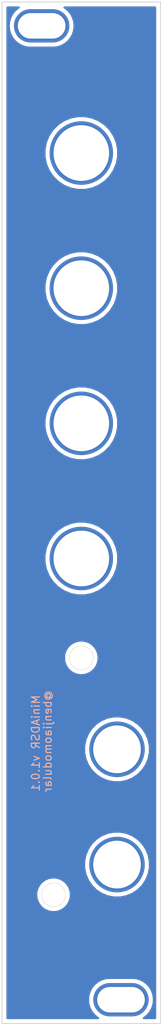
<source format=kicad_pcb>
(kicad_pcb (version 20171130) (host pcbnew 5.1.9+dfsg1-1~bpo10+1)

  (general
    (thickness 1.6)
    (drawings 52)
    (tracks 0)
    (zones 0)
    (modules 7)
    (nets 1)
  )

  (page A4)
  (layers
    (0 F.Cu signal)
    (31 B.Cu signal)
    (32 B.Adhes user hide)
    (33 F.Adhes user hide)
    (34 B.Paste user hide)
    (35 F.Paste user hide)
    (36 B.SilkS user)
    (37 F.SilkS user)
    (38 B.Mask user)
    (39 F.Mask user)
    (40 Dwgs.User user hide)
    (41 Cmts.User user hide)
    (42 Eco1.User user hide)
    (43 Eco2.User user hide)
    (44 Edge.Cuts user)
    (45 Margin user hide)
    (46 B.CrtYd user hide)
    (47 F.CrtYd user hide)
    (48 B.Fab user hide)
    (49 F.Fab user hide)
  )

  (setup
    (last_trace_width 0.3)
    (user_trace_width 0.45)
    (user_trace_width 0.75)
    (user_trace_width 1)
    (trace_clearance 0.2)
    (zone_clearance 0.508)
    (zone_45_only no)
    (trace_min 0.2)
    (via_size 0.8)
    (via_drill 0.4)
    (via_min_size 0.4)
    (via_min_drill 0.3)
    (uvia_size 0.3)
    (uvia_drill 0.1)
    (uvias_allowed no)
    (uvia_min_size 0.2)
    (uvia_min_drill 0.1)
    (edge_width 0.05)
    (segment_width 0.2)
    (pcb_text_width 0.3)
    (pcb_text_size 1.5 1.5)
    (mod_edge_width 0.12)
    (mod_text_size 1 1)
    (mod_text_width 0.15)
    (pad_size 1.524 1.524)
    (pad_drill 0.762)
    (pad_to_mask_clearance 0)
    (aux_axis_origin 0 0)
    (visible_elements FFFFFF7F)
    (pcbplotparams
      (layerselection 0x3d0f0_ffffffff)
      (usegerberextensions false)
      (usegerberattributes true)
      (usegerberadvancedattributes true)
      (creategerberjobfile true)
      (excludeedgelayer true)
      (linewidth 0.100000)
      (plotframeref false)
      (viasonmask false)
      (mode 1)
      (useauxorigin false)
      (hpglpennumber 1)
      (hpglpenspeed 20)
      (hpglpendiameter 15.000000)
      (psnegative false)
      (psa4output false)
      (plotreference true)
      (plotvalue true)
      (plotinvisibletext false)
      (padsonsilk false)
      (subtractmaskfromsilk false)
      (outputformat 1)
      (mirror false)
      (drillshape 0)
      (scaleselection 1)
      (outputdirectory "MiniADSR 1.0.1 - Front/"))
  )

  (net 0 "")

  (net_class Default "This is the default net class."
    (clearance 0.2)
    (trace_width 0.3)
    (via_dia 0.8)
    (via_drill 0.4)
    (uvia_dia 0.3)
    (uvia_drill 0.1)
  )

  (module benjiaomodular:PanelHole_AudioJack_3.5mm (layer F.Cu) (tedit 61D8AE03) (tstamp 61D8DADE)
    (at 64.5 127.5)
    (fp_text reference REF** (at 0 0.5) (layer F.Fab) hide
      (effects (font (size 1 1) (thickness 0.15)))
    )
    (fp_text value PanelHole_AudioJack_3.5mm (at 0 14) (layer F.Fab) hide
      (effects (font (size 1 1) (thickness 0.15)))
    )
    (fp_line (start -4.5 12.48) (end -4.5 2.08) (layer F.Fab) (width 0.1))
    (fp_line (start 4.5 12.48) (end -4.5 12.48) (layer F.Fab) (width 0.1))
    (fp_line (start 5 12.98) (end -5 12.98) (layer F.CrtYd) (width 0.05))
    (fp_line (start 0 0) (end 0 2.03) (layer F.Fab) (width 0.1))
    (fp_line (start 5 -1.42) (end -5 -1.42) (layer F.CrtYd) (width 0.05))
    (fp_line (start 4.5 2.03) (end -4.5 2.03) (layer F.Fab) (width 0.1))
    (fp_line (start -5 12.98) (end -5 -1.42) (layer F.CrtYd) (width 0.05))
    (fp_line (start 4.5 12.48) (end 4.5 2.08) (layer F.Fab) (width 0.1))
    (fp_line (start 5 12.98) (end 5 -1.42) (layer F.CrtYd) (width 0.05))
    (fp_circle (center 0 6.5) (end 4 6.5) (layer F.Fab) (width 0.12))
    (pad "" thru_hole circle (at 0 6.5 180) (size 7 7) (drill 6) (layers *.Cu *.Mask))
  )

  (module benjiaomodular:PanelHole_Potentiometer_RV09 (layer F.Cu) (tedit 61D85F11) (tstamp 61D8DE60)
    (at 57.5 117.5 90)
    (fp_text reference REF** (at 0 0.5 90) (layer F.SilkS) hide
      (effects (font (size 1 1) (thickness 0.15)))
    )
    (fp_text value PanelHole_Potentiometer_RV09 (at 5.5 10 90) (layer F.Fab) hide
      (effects (font (size 1 1) (thickness 0.15)))
    )
    (fp_circle (center 7.5 2.5) (end 15 2.5) (layer F.Fab) (width 0.12))
    (fp_line (start -1.15 -3.91) (end -1.15 8.91) (layer F.CrtYd) (width 0.05))
    (fp_line (start 12.35 7.25) (end 12.35 -2.25) (layer F.Fab) (width 0.1))
    (fp_line (start 12.6 8.91) (end 12.6 -3.91) (layer F.CrtYd) (width 0.05))
    (fp_line (start 1 7.25) (end 12.35 7.25) (layer F.Fab) (width 0.1))
    (fp_line (start 1 -2.25) (end 12.35 -2.25) (layer F.Fab) (width 0.1))
    (fp_circle (center 7.5 2.5) (end 7.5 -1) (layer F.Fab) (width 0.1))
    (fp_line (start 12.6 -3.91) (end -1.15 -3.91) (layer F.CrtYd) (width 0.05))
    (fp_line (start -1.15 8.91) (end 12.6 8.91) (layer F.CrtYd) (width 0.05))
    (fp_line (start 1 7.25) (end 1 -2.25) (layer F.Fab) (width 0.1))
    (fp_text user REF** (at 0 0.5 90) (layer F.SilkS) hide
      (effects (font (size 1 1) (thickness 0.15)))
    )
    (fp_text user %R (at 7.62 2.54 90) (layer F.Fab)
      (effects (font (size 1 1) (thickness 0.15)))
    )
    (pad "" thru_hole circle (at 7.5 2.5 180) (size 8 8) (drill 7) (layers *.Cu *.Mask))
  )

  (module benjiaomodular:PanelHole_Potentiometer_RV09 (layer F.Cu) (tedit 61D85F11) (tstamp 61D8DE1F)
    (at 57.5 100.5 90)
    (fp_text reference REF** (at 0 0.5 90) (layer F.SilkS) hide
      (effects (font (size 1 1) (thickness 0.15)))
    )
    (fp_text value PanelHole_Potentiometer_RV09 (at 5.5 10 90) (layer F.Fab) hide
      (effects (font (size 1 1) (thickness 0.15)))
    )
    (fp_circle (center 7.5 2.5) (end 15 2.5) (layer F.Fab) (width 0.12))
    (fp_line (start -1.15 -3.91) (end -1.15 8.91) (layer F.CrtYd) (width 0.05))
    (fp_line (start 12.35 7.25) (end 12.35 -2.25) (layer F.Fab) (width 0.1))
    (fp_line (start 12.6 8.91) (end 12.6 -3.91) (layer F.CrtYd) (width 0.05))
    (fp_line (start 1 7.25) (end 12.35 7.25) (layer F.Fab) (width 0.1))
    (fp_line (start 1 -2.25) (end 12.35 -2.25) (layer F.Fab) (width 0.1))
    (fp_circle (center 7.5 2.5) (end 7.5 -1) (layer F.Fab) (width 0.1))
    (fp_line (start 12.6 -3.91) (end -1.15 -3.91) (layer F.CrtYd) (width 0.05))
    (fp_line (start -1.15 8.91) (end 12.6 8.91) (layer F.CrtYd) (width 0.05))
    (fp_line (start 1 7.25) (end 1 -2.25) (layer F.Fab) (width 0.1))
    (fp_text user REF** (at 0 0.5 90) (layer F.SilkS) hide
      (effects (font (size 1 1) (thickness 0.15)))
    )
    (fp_text user %R (at 7.62 2.54 90) (layer F.Fab)
      (effects (font (size 1 1) (thickness 0.15)))
    )
    (pad "" thru_hole circle (at 7.5 2.5 180) (size 8 8) (drill 7) (layers *.Cu *.Mask))
  )

  (module benjiaomodular:PanelHole_Potentiometer_RV09 (layer F.Cu) (tedit 61D85F11) (tstamp 61D8DDDE)
    (at 57.5 83.5 90)
    (fp_text reference REF** (at 0 0.5 90) (layer F.SilkS) hide
      (effects (font (size 1 1) (thickness 0.15)))
    )
    (fp_text value PanelHole_Potentiometer_RV09 (at 5.5 10 90) (layer F.Fab) hide
      (effects (font (size 1 1) (thickness 0.15)))
    )
    (fp_circle (center 7.5 2.5) (end 15 2.5) (layer F.Fab) (width 0.12))
    (fp_line (start -1.15 -3.91) (end -1.15 8.91) (layer F.CrtYd) (width 0.05))
    (fp_line (start 12.35 7.25) (end 12.35 -2.25) (layer F.Fab) (width 0.1))
    (fp_line (start 12.6 8.91) (end 12.6 -3.91) (layer F.CrtYd) (width 0.05))
    (fp_line (start 1 7.25) (end 12.35 7.25) (layer F.Fab) (width 0.1))
    (fp_line (start 1 -2.25) (end 12.35 -2.25) (layer F.Fab) (width 0.1))
    (fp_circle (center 7.5 2.5) (end 7.5 -1) (layer F.Fab) (width 0.1))
    (fp_line (start 12.6 -3.91) (end -1.15 -3.91) (layer F.CrtYd) (width 0.05))
    (fp_line (start -1.15 8.91) (end 12.6 8.91) (layer F.CrtYd) (width 0.05))
    (fp_line (start 1 7.25) (end 1 -2.25) (layer F.Fab) (width 0.1))
    (fp_text user REF** (at 0 0.5 90) (layer F.SilkS) hide
      (effects (font (size 1 1) (thickness 0.15)))
    )
    (fp_text user %R (at 7.62 2.54 90) (layer F.Fab)
      (effects (font (size 1 1) (thickness 0.15)))
    )
    (pad "" thru_hole circle (at 7.5 2.5 180) (size 8 8) (drill 7) (layers *.Cu *.Mask))
  )

  (module benjiaomodular:PanelHole_Potentiometer_RV09 (layer F.Cu) (tedit 61D85F11) (tstamp 61D8DD9D)
    (at 57.5 66.5 90)
    (fp_text reference REF** (at 0 0.5 90) (layer F.SilkS) hide
      (effects (font (size 1 1) (thickness 0.15)))
    )
    (fp_text value PanelHole_Potentiometer_RV09 (at 5.5 10 90) (layer F.Fab) hide
      (effects (font (size 1 1) (thickness 0.15)))
    )
    (fp_circle (center 7.5 2.5) (end 15 2.5) (layer F.Fab) (width 0.12))
    (fp_line (start -1.15 -3.91) (end -1.15 8.91) (layer F.CrtYd) (width 0.05))
    (fp_line (start 12.35 7.25) (end 12.35 -2.25) (layer F.Fab) (width 0.1))
    (fp_line (start 12.6 8.91) (end 12.6 -3.91) (layer F.CrtYd) (width 0.05))
    (fp_line (start 1 7.25) (end 12.35 7.25) (layer F.Fab) (width 0.1))
    (fp_line (start 1 -2.25) (end 12.35 -2.25) (layer F.Fab) (width 0.1))
    (fp_circle (center 7.5 2.5) (end 7.5 -1) (layer F.Fab) (width 0.1))
    (fp_line (start 12.6 -3.91) (end -1.15 -3.91) (layer F.CrtYd) (width 0.05))
    (fp_line (start -1.15 8.91) (end 12.6 8.91) (layer F.CrtYd) (width 0.05))
    (fp_line (start 1 7.25) (end 1 -2.25) (layer F.Fab) (width 0.1))
    (fp_text user REF** (at 0 0.5 90) (layer F.SilkS) hide
      (effects (font (size 1 1) (thickness 0.15)))
    )
    (fp_text user %R (at 7.62 2.54 90) (layer F.Fab)
      (effects (font (size 1 1) (thickness 0.15)))
    )
    (pad "" thru_hole circle (at 7.5 2.5 180) (size 8 8) (drill 7) (layers *.Cu *.Mask))
  )

  (module benjiaomodular:Panel_4HP (layer F.Cu) (tedit 61D8671B) (tstamp 61D8DA20)
    (at 50 40)
    (fp_text reference REF** (at 18 -1) (layer F.Fab) hide
      (effects (font (size 1 1) (thickness 0.15)))
    )
    (fp_text value Panel_4HP (at 4 -1) (layer F.Fab)
      (effects (font (size 1 1) (thickness 0.15)))
    )
    (fp_line (start 20 128.5) (end 0 128.5) (layer Dwgs.User) (width 0.12))
    (fp_line (start 0 115.5) (end 20 115.5) (layer Dwgs.User) (width 0.12))
    (fp_line (start 0 3) (end 20 3) (layer Dwgs.User) (width 0.12))
    (fp_line (start 20 0) (end 20 128.5) (layer Dwgs.User) (width 0.12))
    (fp_line (start 0 0) (end 20 0) (layer Dwgs.User) (width 0.12))
    (fp_line (start 0 13) (end 20 13) (layer Dwgs.User) (width 0.12))
    (fp_line (start 0 125.5) (end 20 125.5) (layer Dwgs.User) (width 0.12))
    (fp_line (start 0 128.5) (end 0 0) (layer Dwgs.User) (width 0.12))
    (fp_text user REF** (at 5.5 3.5) (layer F.SilkS) hide
      (effects (font (size 1 1) (thickness 0.15)))
    )
    (pad 1 thru_hole oval (at 15 125.5) (size 7 4.2) (drill oval 6 3.2) (layers *.Cu *.Mask))
    (pad 1 thru_hole oval (at 5 3) (size 7 4.2) (drill oval 6 3.2) (layers *.Cu *.Mask))
  )

  (module benjiaomodular:PanelHole_AudioJack_3.5mm (layer F.Cu) (tedit 61D861E6) (tstamp 61D8D80A)
    (at 64.5 142)
    (fp_text reference REF** (at 0 0.5) (layer F.Fab) hide
      (effects (font (size 1 1) (thickness 0.15)))
    )
    (fp_text value PanelHole_AudioJack_3.5mm (at 0 14) (layer F.Fab) hide
      (effects (font (size 1 1) (thickness 0.15)))
    )
    (fp_line (start -4.5 12.48) (end -4.5 2.08) (layer F.Fab) (width 0.1))
    (fp_line (start 4.5 12.48) (end -4.5 12.48) (layer F.Fab) (width 0.1))
    (fp_line (start 5 12.98) (end -5 12.98) (layer F.CrtYd) (width 0.05))
    (fp_line (start 0 0) (end 0 2.03) (layer F.Fab) (width 0.1))
    (fp_line (start 5 -1.42) (end -5 -1.42) (layer F.CrtYd) (width 0.05))
    (fp_line (start 4.5 2.03) (end -4.5 2.03) (layer F.Fab) (width 0.1))
    (fp_line (start -5 12.98) (end -5 -1.42) (layer F.CrtYd) (width 0.05))
    (fp_line (start 4.5 12.48) (end 4.5 2.08) (layer F.Fab) (width 0.1))
    (fp_line (start 5 12.98) (end 5 -1.42) (layer F.CrtYd) (width 0.05))
    (fp_circle (center 0 6.5) (end 4 6.5) (layer F.Fab) (width 0.12))
    (pad "" thru_hole circle (at 0 6.5 180) (size 7 7) (drill 6) (layers *.Cu *.Mask))
  )

  (gr_text @benjiaomodular (at 55.75 133 90) (layer B.SilkS)
    (effects (font (size 1 1) (thickness 0.15)) (justify mirror))
  )
  (gr_text "MiniADSR v1.0.1" (at 54.25 133.25 90) (layer B.SilkS)
    (effects (font (size 1 1) (thickness 0.15)) (justify mirror))
  )
  (gr_circle (center 151.002938 122.5) (end 152.702938 122.6) (layer F.Fab) (width 0.15))
  (gr_circle (center 107.5 122.5) (end 109.2 122.7) (layer F.Fab) (width 0.15))
  (gr_line (start 64.5 148.5) (end 106 148.48) (layer Dwgs.User) (width 0.15))
  (gr_line (start 64.5 134) (end 106 134) (layer Dwgs.User) (width 0.15))
  (gr_line (start 57.5 117.5) (end 99 117.5) (layer Dwgs.User) (width 0.15))
  (gr_line (start 99 100.5) (end 57.5 100.5) (layer Dwgs.User) (width 0.15))
  (gr_line (start 99 66.5) (end 57.5 66.5) (layer Dwgs.User) (width 0.15))
  (gr_line (start 57.5 83.5) (end 99 83.5) (layer Dwgs.User) (width 0.15))
  (gr_line (start 60 76) (end 101.5 76) (layer Dwgs.User) (width 0.15))
  (gr_line (start 107.5 122.5) (end 151 122.5) (layer Dwgs.User) (width 0.15))
  (dimension 9 (width 0.15) (layer Dwgs.User)
    (gr_text "9.000 mm" (at 47.4 164 90) (layer Dwgs.User)
      (effects (font (size 1 1) (thickness 0.15)))
    )
    (feature1 (pts (xy 68.9 159.5) (xy 48.113579 159.5)))
    (feature2 (pts (xy 68.9 168.5) (xy 48.113579 168.5)))
    (crossbar (pts (xy 48.7 168.5) (xy 48.7 159.5)))
    (arrow1a (pts (xy 48.7 159.5) (xy 49.286421 160.626504)))
    (arrow1b (pts (xy 48.7 159.5) (xy 48.113579 160.626504)))
    (arrow2a (pts (xy 48.7 168.5) (xy 49.286421 167.373496)))
    (arrow2b (pts (xy 48.7 168.5) (xy 48.113579 167.373496)))
  )
  (gr_text @benjiaomodular (at 60.1 159.5) (layer F.Mask)
    (effects (font (size 1.25 1.25) (thickness 0.15)))
  )
  (gr_circle (center 60 122.5) (end 61.5 122.5) (layer Edge.Cuts) (width 0.05))
  (dimension 10 (width 0.15) (layer Dwgs.User)
    (gr_text "10.000 mm" (at 55 119.2) (layer Dwgs.User)
      (effects (font (size 1 1) (thickness 0.15)))
    )
    (feature1 (pts (xy 60 122.5) (xy 60 119.913579)))
    (feature2 (pts (xy 50 122.5) (xy 50 119.913579)))
    (crossbar (pts (xy 50 120.5) (xy 60 120.5)))
    (arrow1a (pts (xy 60 120.5) (xy 58.873496 121.086421)))
    (arrow1b (pts (xy 60 120.5) (xy 58.873496 119.913579)))
    (arrow2a (pts (xy 50 120.5) (xy 51.126504 121.086421)))
    (arrow2b (pts (xy 50 120.5) (xy 51.126504 119.913579)))
  )
  (dimension 10 (width 0.15) (layer Dwgs.User)
    (gr_text "10.000 mm" (at 96.5 119.4) (layer Dwgs.User)
      (effects (font (size 1 1) (thickness 0.15)))
    )
    (feature1 (pts (xy 91.5 122.5) (xy 91.5 120.113579)))
    (feature2 (pts (xy 101.5 122.5) (xy 101.5 120.113579)))
    (crossbar (pts (xy 101.5 120.7) (xy 91.5 120.7)))
    (arrow1a (pts (xy 91.5 120.7) (xy 92.626504 120.113579)))
    (arrow1b (pts (xy 91.5 120.7) (xy 92.626504 121.286421)))
    (arrow2a (pts (xy 101.5 120.7) (xy 100.373496 120.113579)))
    (arrow2b (pts (xy 101.5 120.7) (xy 100.373496 121.286421)))
  )
  (gr_line (start 101.5 122.5) (end 50.1 122.5) (layer Dwgs.User) (width 0.15))
  (gr_circle (center 64.5 148.5) (end 68.50125 148.5) (layer F.Mask) (width 1.5))
  (gr_line (start 60 100.7) (end 60 102.3) (layer F.Mask) (width 0.6) (tstamp 61D8CC95))
  (gr_line (start 60 83.7) (end 60 85.3) (layer F.Mask) (width 0.6) (tstamp 61D8CC95))
  (gr_line (start 60 66.7) (end 60 68.3) (layer F.Mask) (width 0.6))
  (gr_line (start 58.1 151.6) (end 60.5 150.4) (layer F.Mask) (width 0.6))
  (gr_circle (center 56.5 152.3) (end 58 152.3) (layer Edge.Cuts) (width 0.05))
  (dimension 6.5 (width 0.15) (layer Dwgs.User)
    (gr_text "6.500 mm" (at 53.25 159.7) (layer Dwgs.User)
      (effects (font (size 1 1) (thickness 0.15)))
    )
    (feature1 (pts (xy 56.5 152.3) (xy 56.5 158.986421)))
    (feature2 (pts (xy 50 152.3) (xy 50 158.986421)))
    (crossbar (pts (xy 50 158.4) (xy 56.5 158.4)))
    (arrow1a (pts (xy 56.5 158.4) (xy 55.373496 158.986421)))
    (arrow1b (pts (xy 56.5 158.4) (xy 55.373496 157.813579)))
    (arrow2a (pts (xy 50 158.4) (xy 51.126504 158.986421)))
    (arrow2b (pts (xy 50 158.4) (xy 51.126504 157.813579)))
  )
  (gr_line (start 98 152.3) (end 50 152.3) (layer Dwgs.User) (width 0.15))
  (gr_circle (center 64.5 148.5) (end 68.5 148.5) (layer Dwgs.User) (width 0.15))
  (gr_circle (center 64.5 134) (end 68.5 134) (layer Dwgs.User) (width 0.15) (tstamp 61D99A47))
  (gr_text IN (at 64.525 127.925) (layer F.Mask) (tstamp 61DA5A21)
    (effects (font (size 2 2) (thickness 0.4)))
  )
  (gr_text OUT (at 64.475 142.15) (layer F.Mask)
    (effects (font (size 2 2) (thickness 0.4)))
  )
  (gr_text MiniADSR (at 59.75 48.5) (layer F.Mask)
    (effects (font (size 2 2) (thickness 0.3)))
  )
  (dimension 4 (width 0.15) (layer Dwgs.User)
    (gr_text "4.000 mm" (at 153 129.55) (layer Dwgs.User)
      (effects (font (size 1 1) (thickness 0.15)))
    )
    (feature1 (pts (xy 151 122.5) (xy 151 128.836421)))
    (feature2 (pts (xy 155 122.5) (xy 155 128.836421)))
    (crossbar (pts (xy 155 128.25) (xy 151 128.25)))
    (arrow1a (pts (xy 151 128.25) (xy 152.126504 127.663579)))
    (arrow1b (pts (xy 151 128.25) (xy 152.126504 128.836421)))
    (arrow2a (pts (xy 155 128.25) (xy 153.873496 127.663579)))
    (arrow2b (pts (xy 155 128.25) (xy 153.873496 128.836421)))
  )
  (dimension 4 (width 0.15) (layer Dwgs.User)
    (gr_text "4.000 mm" (at 109.5 126.05) (layer Dwgs.User)
      (effects (font (size 1 1) (thickness 0.15)))
    )
    (feature1 (pts (xy 107.5 122.5) (xy 107.5 125.336421)))
    (feature2 (pts (xy 111.5 122.5) (xy 111.5 125.336421)))
    (crossbar (pts (xy 111.5 124.75) (xy 107.5 124.75)))
    (arrow1a (pts (xy 107.5 124.75) (xy 108.626504 124.163579)))
    (arrow1b (pts (xy 107.5 124.75) (xy 108.626504 125.336421)))
    (arrow2a (pts (xy 111.5 124.75) (xy 110.373496 124.163579)))
    (arrow2b (pts (xy 111.5 124.75) (xy 110.373496 125.336421)))
  )
  (dimension 2 (width 0.15) (layer Dwgs.User)
    (gr_text "2.000 mm" (at 86.95 154.5 270) (layer Dwgs.User)
      (effects (font (size 1 1) (thickness 0.15)))
    )
    (feature1 (pts (xy 93.5 155.5) (xy 87.663579 155.5)))
    (feature2 (pts (xy 93.5 153.5) (xy 87.663579 153.5)))
    (crossbar (pts (xy 88.25 153.5) (xy 88.25 155.5)))
    (arrow1a (pts (xy 88.25 155.5) (xy 87.663579 154.373496)))
    (arrow1b (pts (xy 88.25 155.5) (xy 88.836421 154.373496)))
    (arrow2a (pts (xy 88.25 153.5) (xy 87.663579 154.626504)))
    (arrow2b (pts (xy 88.25 153.5) (xy 88.836421 154.626504)))
  )
  (dimension 2 (width 0.15) (layer Dwgs.User)
    (gr_text "2.000 mm" (at 129.95 154.5 270) (layer Dwgs.User)
      (effects (font (size 1 1) (thickness 0.15)))
    )
    (feature1 (pts (xy 137 155.5) (xy 130.663579 155.5)))
    (feature2 (pts (xy 137 153.5) (xy 130.663579 153.5)))
    (crossbar (pts (xy 131.25 153.5) (xy 131.25 155.5)))
    (arrow1a (pts (xy 131.25 155.5) (xy 130.663579 154.373496)))
    (arrow1b (pts (xy 131.25 155.5) (xy 131.836421 154.373496)))
    (arrow2a (pts (xy 131.25 153.5) (xy 130.663579 154.626504)))
    (arrow2b (pts (xy 131.25 153.5) (xy 131.836421 154.626504)))
  )
  (dimension 2 (width 0.15) (layer Dwgs.User)
    (gr_text "2.000 mm" (at 136 160.3) (layer Dwgs.User)
      (effects (font (size 1 1) (thickness 0.15)))
    )
    (feature1 (pts (xy 135 153.5) (xy 135 159.586421)))
    (feature2 (pts (xy 137 153.5) (xy 137 159.586421)))
    (crossbar (pts (xy 137 159) (xy 135 159)))
    (arrow1a (pts (xy 135 159) (xy 136.126504 158.413579)))
    (arrow1b (pts (xy 135 159) (xy 136.126504 159.586421)))
    (arrow2a (pts (xy 137 159) (xy 135.873496 158.413579)))
    (arrow2b (pts (xy 137 159) (xy 135.873496 159.586421)))
  )
  (dimension 2 (width 0.15) (layer Dwgs.User)
    (gr_text "2.000 mm" (at 92.5 164.3) (layer Dwgs.User)
      (effects (font (size 1 1) (thickness 0.15)))
    )
    (feature1 (pts (xy 91.5 153.5) (xy 91.5 163.586421)))
    (feature2 (pts (xy 93.5 153.5) (xy 93.5 163.586421)))
    (crossbar (pts (xy 93.5 163) (xy 91.5 163)))
    (arrow1a (pts (xy 91.5 163) (xy 92.626504 162.413579)))
    (arrow1b (pts (xy 91.5 163) (xy 92.626504 163.586421)))
    (arrow2a (pts (xy 93.5 163) (xy 92.373496 162.413579)))
    (arrow2b (pts (xy 93.5 163) (xy 92.373496 163.586421)))
  )
  (dimension 6.5 (width 0.15) (layer Dwgs.User)
    (gr_text "6.500 mm" (at 94.75 159.3) (layer Dwgs.User)
      (effects (font (size 1 1) (thickness 0.15)))
    )
    (feature1 (pts (xy 91.5 153.5) (xy 91.5 158.586421)))
    (feature2 (pts (xy 98 153.5) (xy 98 158.586421)))
    (crossbar (pts (xy 98 158) (xy 91.5 158)))
    (arrow1a (pts (xy 91.5 158) (xy 92.626504 157.413579)))
    (arrow1b (pts (xy 91.5 158) (xy 92.626504 158.586421)))
    (arrow2a (pts (xy 98 158) (xy 96.873496 157.413579)))
    (arrow2b (pts (xy 98 158) (xy 96.873496 158.586421)))
  )
  (gr_circle (center 60 110) (end 67.566373 110) (layer F.Mask) (width 0.45) (tstamp 61D8FA5E))
  (gr_circle (center 60 93) (end 67.566373 93) (layer F.Mask) (width 0.45) (tstamp 61D8FA5E))
  (gr_circle (center 60 76) (end 67.566373 76) (layer F.Mask) (width 0.45) (tstamp 61D8FA5E))
  (gr_circle (center 60 59) (end 67.566373 59) (layer F.Mask) (width 0.45))
  (gr_text A (at 53.5 67) (layer F.Mask) (tstamp 61D8F630)
    (effects (font (size 2 2) (thickness 0.24)))
  )
  (gr_text S (at 53.5 101) (layer F.Mask)
    (effects (font (size 2 2) (thickness 0.24)))
  )
  (gr_text R (at 53.5 118) (layer F.Mask)
    (effects (font (size 2 2) (thickness 0.24)))
  )
  (gr_text D (at 53.5 84) (layer F.Mask)
    (effects (font (size 2 2) (thickness 0.24)))
  )
  (dimension 7.5 (width 0.15) (layer Dwgs.User)
    (gr_text "7.500 mm" (at 95.25 30.2) (layer Dwgs.User)
      (effects (font (size 1 1) (thickness 0.15)))
    )
    (feature1 (pts (xy 91.5 66.5) (xy 91.5 30.913579)))
    (feature2 (pts (xy 99 66.5) (xy 99 30.913579)))
    (crossbar (pts (xy 99 31.5) (xy 91.5 31.5)))
    (arrow1a (pts (xy 91.5 31.5) (xy 92.626504 30.913579)))
    (arrow1b (pts (xy 91.5 31.5) (xy 92.626504 32.086421)))
    (arrow2a (pts (xy 99 31.5) (xy 97.873496 30.913579)))
    (arrow2b (pts (xy 99 31.5) (xy 97.873496 32.086421)))
  )
  (dimension 7.5 (width 0.15) (layer Dwgs.User)
    (gr_text "7.500 mm" (at 53.75 30.2) (layer Dwgs.User)
      (effects (font (size 1 1) (thickness 0.15)))
    )
    (feature1 (pts (xy 50 66.5) (xy 50 30.913579)))
    (feature2 (pts (xy 57.5 66.5) (xy 57.5 30.913579)))
    (crossbar (pts (xy 57.5 31.5) (xy 50 31.5)))
    (arrow1a (pts (xy 50 31.5) (xy 51.126504 30.913579)))
    (arrow1b (pts (xy 50 31.5) (xy 51.126504 32.086421)))
    (arrow2a (pts (xy 57.5 31.5) (xy 56.373496 30.913579)))
    (arrow2b (pts (xy 57.5 31.5) (xy 56.373496 32.086421)))
  )
  (gr_line (start 70 40) (end 70 168.5) (layer Edge.Cuts) (width 0.1))
  (gr_line (start 50 40) (end 70 40) (layer Edge.Cuts) (width 0.1))
  (gr_line (start 50 168.5) (end 50 40) (layer Edge.Cuts) (width 0.1))
  (gr_line (start 70 168.5) (end 50 168.5) (layer Edge.Cuts) (width 0.1))

  (zone (net 0) (net_name "") (layer F.Cu) (tstamp 61FA1E1C) (hatch edge 0.508)
    (connect_pads (clearance 0.508))
    (min_thickness 0.254)
    (fill yes (arc_segments 32) (thermal_gap 0.508) (thermal_bridge_width 0.508))
    (polygon
      (pts
        (xy 69.5 168) (xy 50.5 168) (xy 50.5 40.5) (xy 69.5 40.5)
      )
    )
    (filled_polygon
      (pts
        (xy 52.073164 40.714928) (xy 51.656706 41.056706) (xy 51.314928 41.473164) (xy 51.060964 41.948297) (xy 50.904574 42.463846)
        (xy 50.851767 43) (xy 50.904574 43.536154) (xy 51.060964 44.051703) (xy 51.314928 44.526836) (xy 51.656706 44.943294)
        (xy 52.073164 45.285072) (xy 52.548297 45.539036) (xy 53.063846 45.695426) (xy 53.465644 45.735) (xy 56.534356 45.735)
        (xy 56.936154 45.695426) (xy 57.451703 45.539036) (xy 57.926836 45.285072) (xy 58.343294 44.943294) (xy 58.685072 44.526836)
        (xy 58.939036 44.051703) (xy 59.095426 43.536154) (xy 59.148233 43) (xy 59.095426 42.463846) (xy 58.939036 41.948297)
        (xy 58.685072 41.473164) (xy 58.343294 41.056706) (xy 57.926836 40.714928) (xy 57.870845 40.685) (xy 69.315 40.685)
        (xy 69.315001 167.815) (xy 67.870845 167.815) (xy 67.926836 167.785072) (xy 68.343294 167.443294) (xy 68.685072 167.026836)
        (xy 68.939036 166.551703) (xy 69.095426 166.036154) (xy 69.148233 165.5) (xy 69.095426 164.963846) (xy 68.939036 164.448297)
        (xy 68.685072 163.973164) (xy 68.343294 163.556706) (xy 67.926836 163.214928) (xy 67.451703 162.960964) (xy 66.936154 162.804574)
        (xy 66.534356 162.765) (xy 63.465644 162.765) (xy 63.063846 162.804574) (xy 62.548297 162.960964) (xy 62.073164 163.214928)
        (xy 61.656706 163.556706) (xy 61.314928 163.973164) (xy 61.060964 164.448297) (xy 60.904574 164.963846) (xy 60.851767 165.5)
        (xy 60.904574 166.036154) (xy 61.060964 166.551703) (xy 61.314928 167.026836) (xy 61.656706 167.443294) (xy 62.073164 167.785072)
        (xy 62.129155 167.815) (xy 50.685 167.815) (xy 50.685 152.086323) (xy 54.330497 152.086323) (xy 54.330497 152.513677)
        (xy 54.41387 152.932821) (xy 54.577412 153.327645) (xy 54.814837 153.682977) (xy 55.117023 153.985163) (xy 55.472355 154.222588)
        (xy 55.867179 154.38613) (xy 56.286323 154.469503) (xy 56.713677 154.469503) (xy 57.132821 154.38613) (xy 57.527645 154.222588)
        (xy 57.882977 153.985163) (xy 58.185163 153.682977) (xy 58.422588 153.327645) (xy 58.58613 152.932821) (xy 58.669503 152.513677)
        (xy 58.669503 152.086323) (xy 58.58613 151.667179) (xy 58.422588 151.272355) (xy 58.185163 150.917023) (xy 57.882977 150.614837)
        (xy 57.527645 150.377412) (xy 57.132821 150.21387) (xy 56.713677 150.130497) (xy 56.286323 150.130497) (xy 55.867179 150.21387)
        (xy 55.472355 150.377412) (xy 55.117023 150.614837) (xy 54.814837 150.917023) (xy 54.577412 151.272355) (xy 54.41387 151.667179)
        (xy 54.330497 152.086323) (xy 50.685 152.086323) (xy 50.685 148.092738) (xy 60.365 148.092738) (xy 60.365 148.907262)
        (xy 60.523906 149.706135) (xy 60.835611 150.458657) (xy 61.288136 151.135909) (xy 61.864091 151.711864) (xy 62.541343 152.164389)
        (xy 63.293865 152.476094) (xy 64.092738 152.635) (xy 64.907262 152.635) (xy 65.706135 152.476094) (xy 66.458657 152.164389)
        (xy 67.135909 151.711864) (xy 67.711864 151.135909) (xy 68.164389 150.458657) (xy 68.476094 149.706135) (xy 68.635 148.907262)
        (xy 68.635 148.092738) (xy 68.476094 147.293865) (xy 68.164389 146.541343) (xy 67.711864 145.864091) (xy 67.135909 145.288136)
        (xy 66.458657 144.835611) (xy 65.706135 144.523906) (xy 64.907262 144.365) (xy 64.092738 144.365) (xy 63.293865 144.523906)
        (xy 62.541343 144.835611) (xy 61.864091 145.288136) (xy 61.288136 145.864091) (xy 60.835611 146.541343) (xy 60.523906 147.293865)
        (xy 60.365 148.092738) (xy 50.685 148.092738) (xy 50.685 133.592738) (xy 60.365 133.592738) (xy 60.365 134.407262)
        (xy 60.523906 135.206135) (xy 60.835611 135.958657) (xy 61.288136 136.635909) (xy 61.864091 137.211864) (xy 62.541343 137.664389)
        (xy 63.293865 137.976094) (xy 64.092738 138.135) (xy 64.907262 138.135) (xy 65.706135 137.976094) (xy 66.458657 137.664389)
        (xy 67.135909 137.211864) (xy 67.711864 136.635909) (xy 68.164389 135.958657) (xy 68.476094 135.206135) (xy 68.635 134.407262)
        (xy 68.635 133.592738) (xy 68.476094 132.793865) (xy 68.164389 132.041343) (xy 67.711864 131.364091) (xy 67.135909 130.788136)
        (xy 66.458657 130.335611) (xy 65.706135 130.023906) (xy 64.907262 129.865) (xy 64.092738 129.865) (xy 63.293865 130.023906)
        (xy 62.541343 130.335611) (xy 61.864091 130.788136) (xy 61.288136 131.364091) (xy 60.835611 132.041343) (xy 60.523906 132.793865)
        (xy 60.365 133.592738) (xy 50.685 133.592738) (xy 50.685 122.286323) (xy 57.830497 122.286323) (xy 57.830497 122.713677)
        (xy 57.91387 123.132821) (xy 58.077412 123.527645) (xy 58.314837 123.882977) (xy 58.617023 124.185163) (xy 58.972355 124.422588)
        (xy 59.367179 124.58613) (xy 59.786323 124.669503) (xy 60.213677 124.669503) (xy 60.632821 124.58613) (xy 61.027645 124.422588)
        (xy 61.382977 124.185163) (xy 61.685163 123.882977) (xy 61.922588 123.527645) (xy 62.08613 123.132821) (xy 62.169503 122.713677)
        (xy 62.169503 122.286323) (xy 62.08613 121.867179) (xy 61.922588 121.472355) (xy 61.685163 121.117023) (xy 61.382977 120.814837)
        (xy 61.027645 120.577412) (xy 60.632821 120.41387) (xy 60.213677 120.330497) (xy 59.786323 120.330497) (xy 59.367179 120.41387)
        (xy 58.972355 120.577412) (xy 58.617023 120.814837) (xy 58.314837 121.117023) (xy 58.077412 121.472355) (xy 57.91387 121.867179)
        (xy 57.830497 122.286323) (xy 50.685 122.286323) (xy 50.685 109.543492) (xy 55.365 109.543492) (xy 55.365 110.456508)
        (xy 55.54312 111.35198) (xy 55.892516 112.195496) (xy 56.39976 112.95464) (xy 57.04536 113.60024) (xy 57.804504 114.107484)
        (xy 58.64802 114.45688) (xy 59.543492 114.635) (xy 60.456508 114.635) (xy 61.35198 114.45688) (xy 62.195496 114.107484)
        (xy 62.95464 113.60024) (xy 63.60024 112.95464) (xy 64.107484 112.195496) (xy 64.45688 111.35198) (xy 64.635 110.456508)
        (xy 64.635 109.543492) (xy 64.45688 108.64802) (xy 64.107484 107.804504) (xy 63.60024 107.04536) (xy 62.95464 106.39976)
        (xy 62.195496 105.892516) (xy 61.35198 105.54312) (xy 60.456508 105.365) (xy 59.543492 105.365) (xy 58.64802 105.54312)
        (xy 57.804504 105.892516) (xy 57.04536 106.39976) (xy 56.39976 107.04536) (xy 55.892516 107.804504) (xy 55.54312 108.64802)
        (xy 55.365 109.543492) (xy 50.685 109.543492) (xy 50.685 92.543492) (xy 55.365 92.543492) (xy 55.365 93.456508)
        (xy 55.54312 94.35198) (xy 55.892516 95.195496) (xy 56.39976 95.95464) (xy 57.04536 96.60024) (xy 57.804504 97.107484)
        (xy 58.64802 97.45688) (xy 59.543492 97.635) (xy 60.456508 97.635) (xy 61.35198 97.45688) (xy 62.195496 97.107484)
        (xy 62.95464 96.60024) (xy 63.60024 95.95464) (xy 64.107484 95.195496) (xy 64.45688 94.35198) (xy 64.635 93.456508)
        (xy 64.635 92.543492) (xy 64.45688 91.64802) (xy 64.107484 90.804504) (xy 63.60024 90.04536) (xy 62.95464 89.39976)
        (xy 62.195496 88.892516) (xy 61.35198 88.54312) (xy 60.456508 88.365) (xy 59.543492 88.365) (xy 58.64802 88.54312)
        (xy 57.804504 88.892516) (xy 57.04536 89.39976) (xy 56.39976 90.04536) (xy 55.892516 90.804504) (xy 55.54312 91.64802)
        (xy 55.365 92.543492) (xy 50.685 92.543492) (xy 50.685 75.543492) (xy 55.365 75.543492) (xy 55.365 76.456508)
        (xy 55.54312 77.35198) (xy 55.892516 78.195496) (xy 56.39976 78.95464) (xy 57.04536 79.60024) (xy 57.804504 80.107484)
        (xy 58.64802 80.45688) (xy 59.543492 80.635) (xy 60.456508 80.635) (xy 61.35198 80.45688) (xy 62.195496 80.107484)
        (xy 62.95464 79.60024) (xy 63.60024 78.95464) (xy 64.107484 78.195496) (xy 64.45688 77.35198) (xy 64.635 76.456508)
        (xy 64.635 75.543492) (xy 64.45688 74.64802) (xy 64.107484 73.804504) (xy 63.60024 73.04536) (xy 62.95464 72.39976)
        (xy 62.195496 71.892516) (xy 61.35198 71.54312) (xy 60.456508 71.365) (xy 59.543492 71.365) (xy 58.64802 71.54312)
        (xy 57.804504 71.892516) (xy 57.04536 72.39976) (xy 56.39976 73.04536) (xy 55.892516 73.804504) (xy 55.54312 74.64802)
        (xy 55.365 75.543492) (xy 50.685 75.543492) (xy 50.685 58.543492) (xy 55.365 58.543492) (xy 55.365 59.456508)
        (xy 55.54312 60.35198) (xy 55.892516 61.195496) (xy 56.39976 61.95464) (xy 57.04536 62.60024) (xy 57.804504 63.107484)
        (xy 58.64802 63.45688) (xy 59.543492 63.635) (xy 60.456508 63.635) (xy 61.35198 63.45688) (xy 62.195496 63.107484)
        (xy 62.95464 62.60024) (xy 63.60024 61.95464) (xy 64.107484 61.195496) (xy 64.45688 60.35198) (xy 64.635 59.456508)
        (xy 64.635 58.543492) (xy 64.45688 57.64802) (xy 64.107484 56.804504) (xy 63.60024 56.04536) (xy 62.95464 55.39976)
        (xy 62.195496 54.892516) (xy 61.35198 54.54312) (xy 60.456508 54.365) (xy 59.543492 54.365) (xy 58.64802 54.54312)
        (xy 57.804504 54.892516) (xy 57.04536 55.39976) (xy 56.39976 56.04536) (xy 55.892516 56.804504) (xy 55.54312 57.64802)
        (xy 55.365 58.543492) (xy 50.685 58.543492) (xy 50.685 40.685) (xy 52.129155 40.685)
      )
    )
  )
  (zone (net 0) (net_name "") (layer B.Cu) (tstamp 61FA1E19) (hatch edge 0.508)
    (connect_pads (clearance 0.508))
    (min_thickness 0.254)
    (fill yes (arc_segments 32) (thermal_gap 0.508) (thermal_bridge_width 0.508))
    (polygon
      (pts
        (xy 69.5 168) (xy 50.5 168) (xy 50.5 40.5) (xy 69.5 40.5)
      )
    )
    (filled_polygon
      (pts
        (xy 52.073164 40.714928) (xy 51.656706 41.056706) (xy 51.314928 41.473164) (xy 51.060964 41.948297) (xy 50.904574 42.463846)
        (xy 50.851767 43) (xy 50.904574 43.536154) (xy 51.060964 44.051703) (xy 51.314928 44.526836) (xy 51.656706 44.943294)
        (xy 52.073164 45.285072) (xy 52.548297 45.539036) (xy 53.063846 45.695426) (xy 53.465644 45.735) (xy 56.534356 45.735)
        (xy 56.936154 45.695426) (xy 57.451703 45.539036) (xy 57.926836 45.285072) (xy 58.343294 44.943294) (xy 58.685072 44.526836)
        (xy 58.939036 44.051703) (xy 59.095426 43.536154) (xy 59.148233 43) (xy 59.095426 42.463846) (xy 58.939036 41.948297)
        (xy 58.685072 41.473164) (xy 58.343294 41.056706) (xy 57.926836 40.714928) (xy 57.870845 40.685) (xy 69.315 40.685)
        (xy 69.315001 167.815) (xy 67.870845 167.815) (xy 67.926836 167.785072) (xy 68.343294 167.443294) (xy 68.685072 167.026836)
        (xy 68.939036 166.551703) (xy 69.095426 166.036154) (xy 69.148233 165.5) (xy 69.095426 164.963846) (xy 68.939036 164.448297)
        (xy 68.685072 163.973164) (xy 68.343294 163.556706) (xy 67.926836 163.214928) (xy 67.451703 162.960964) (xy 66.936154 162.804574)
        (xy 66.534356 162.765) (xy 63.465644 162.765) (xy 63.063846 162.804574) (xy 62.548297 162.960964) (xy 62.073164 163.214928)
        (xy 61.656706 163.556706) (xy 61.314928 163.973164) (xy 61.060964 164.448297) (xy 60.904574 164.963846) (xy 60.851767 165.5)
        (xy 60.904574 166.036154) (xy 61.060964 166.551703) (xy 61.314928 167.026836) (xy 61.656706 167.443294) (xy 62.073164 167.785072)
        (xy 62.129155 167.815) (xy 50.685 167.815) (xy 50.685 152.086323) (xy 54.330497 152.086323) (xy 54.330497 152.513677)
        (xy 54.41387 152.932821) (xy 54.577412 153.327645) (xy 54.814837 153.682977) (xy 55.117023 153.985163) (xy 55.472355 154.222588)
        (xy 55.867179 154.38613) (xy 56.286323 154.469503) (xy 56.713677 154.469503) (xy 57.132821 154.38613) (xy 57.527645 154.222588)
        (xy 57.882977 153.985163) (xy 58.185163 153.682977) (xy 58.422588 153.327645) (xy 58.58613 152.932821) (xy 58.669503 152.513677)
        (xy 58.669503 152.086323) (xy 58.58613 151.667179) (xy 58.422588 151.272355) (xy 58.185163 150.917023) (xy 57.882977 150.614837)
        (xy 57.527645 150.377412) (xy 57.132821 150.21387) (xy 56.713677 150.130497) (xy 56.286323 150.130497) (xy 55.867179 150.21387)
        (xy 55.472355 150.377412) (xy 55.117023 150.614837) (xy 54.814837 150.917023) (xy 54.577412 151.272355) (xy 54.41387 151.667179)
        (xy 54.330497 152.086323) (xy 50.685 152.086323) (xy 50.685 148.092738) (xy 60.365 148.092738) (xy 60.365 148.907262)
        (xy 60.523906 149.706135) (xy 60.835611 150.458657) (xy 61.288136 151.135909) (xy 61.864091 151.711864) (xy 62.541343 152.164389)
        (xy 63.293865 152.476094) (xy 64.092738 152.635) (xy 64.907262 152.635) (xy 65.706135 152.476094) (xy 66.458657 152.164389)
        (xy 67.135909 151.711864) (xy 67.711864 151.135909) (xy 68.164389 150.458657) (xy 68.476094 149.706135) (xy 68.635 148.907262)
        (xy 68.635 148.092738) (xy 68.476094 147.293865) (xy 68.164389 146.541343) (xy 67.711864 145.864091) (xy 67.135909 145.288136)
        (xy 66.458657 144.835611) (xy 65.706135 144.523906) (xy 64.907262 144.365) (xy 64.092738 144.365) (xy 63.293865 144.523906)
        (xy 62.541343 144.835611) (xy 61.864091 145.288136) (xy 61.288136 145.864091) (xy 60.835611 146.541343) (xy 60.523906 147.293865)
        (xy 60.365 148.092738) (xy 50.685 148.092738) (xy 50.685 133.592738) (xy 60.365 133.592738) (xy 60.365 134.407262)
        (xy 60.523906 135.206135) (xy 60.835611 135.958657) (xy 61.288136 136.635909) (xy 61.864091 137.211864) (xy 62.541343 137.664389)
        (xy 63.293865 137.976094) (xy 64.092738 138.135) (xy 64.907262 138.135) (xy 65.706135 137.976094) (xy 66.458657 137.664389)
        (xy 67.135909 137.211864) (xy 67.711864 136.635909) (xy 68.164389 135.958657) (xy 68.476094 135.206135) (xy 68.635 134.407262)
        (xy 68.635 133.592738) (xy 68.476094 132.793865) (xy 68.164389 132.041343) (xy 67.711864 131.364091) (xy 67.135909 130.788136)
        (xy 66.458657 130.335611) (xy 65.706135 130.023906) (xy 64.907262 129.865) (xy 64.092738 129.865) (xy 63.293865 130.023906)
        (xy 62.541343 130.335611) (xy 61.864091 130.788136) (xy 61.288136 131.364091) (xy 60.835611 132.041343) (xy 60.523906 132.793865)
        (xy 60.365 133.592738) (xy 50.685 133.592738) (xy 50.685 122.286323) (xy 57.830497 122.286323) (xy 57.830497 122.713677)
        (xy 57.91387 123.132821) (xy 58.077412 123.527645) (xy 58.314837 123.882977) (xy 58.617023 124.185163) (xy 58.972355 124.422588)
        (xy 59.367179 124.58613) (xy 59.786323 124.669503) (xy 60.213677 124.669503) (xy 60.632821 124.58613) (xy 61.027645 124.422588)
        (xy 61.382977 124.185163) (xy 61.685163 123.882977) (xy 61.922588 123.527645) (xy 62.08613 123.132821) (xy 62.169503 122.713677)
        (xy 62.169503 122.286323) (xy 62.08613 121.867179) (xy 61.922588 121.472355) (xy 61.685163 121.117023) (xy 61.382977 120.814837)
        (xy 61.027645 120.577412) (xy 60.632821 120.41387) (xy 60.213677 120.330497) (xy 59.786323 120.330497) (xy 59.367179 120.41387)
        (xy 58.972355 120.577412) (xy 58.617023 120.814837) (xy 58.314837 121.117023) (xy 58.077412 121.472355) (xy 57.91387 121.867179)
        (xy 57.830497 122.286323) (xy 50.685 122.286323) (xy 50.685 109.543492) (xy 55.365 109.543492) (xy 55.365 110.456508)
        (xy 55.54312 111.35198) (xy 55.892516 112.195496) (xy 56.39976 112.95464) (xy 57.04536 113.60024) (xy 57.804504 114.107484)
        (xy 58.64802 114.45688) (xy 59.543492 114.635) (xy 60.456508 114.635) (xy 61.35198 114.45688) (xy 62.195496 114.107484)
        (xy 62.95464 113.60024) (xy 63.60024 112.95464) (xy 64.107484 112.195496) (xy 64.45688 111.35198) (xy 64.635 110.456508)
        (xy 64.635 109.543492) (xy 64.45688 108.64802) (xy 64.107484 107.804504) (xy 63.60024 107.04536) (xy 62.95464 106.39976)
        (xy 62.195496 105.892516) (xy 61.35198 105.54312) (xy 60.456508 105.365) (xy 59.543492 105.365) (xy 58.64802 105.54312)
        (xy 57.804504 105.892516) (xy 57.04536 106.39976) (xy 56.39976 107.04536) (xy 55.892516 107.804504) (xy 55.54312 108.64802)
        (xy 55.365 109.543492) (xy 50.685 109.543492) (xy 50.685 92.543492) (xy 55.365 92.543492) (xy 55.365 93.456508)
        (xy 55.54312 94.35198) (xy 55.892516 95.195496) (xy 56.39976 95.95464) (xy 57.04536 96.60024) (xy 57.804504 97.107484)
        (xy 58.64802 97.45688) (xy 59.543492 97.635) (xy 60.456508 97.635) (xy 61.35198 97.45688) (xy 62.195496 97.107484)
        (xy 62.95464 96.60024) (xy 63.60024 95.95464) (xy 64.107484 95.195496) (xy 64.45688 94.35198) (xy 64.635 93.456508)
        (xy 64.635 92.543492) (xy 64.45688 91.64802) (xy 64.107484 90.804504) (xy 63.60024 90.04536) (xy 62.95464 89.39976)
        (xy 62.195496 88.892516) (xy 61.35198 88.54312) (xy 60.456508 88.365) (xy 59.543492 88.365) (xy 58.64802 88.54312)
        (xy 57.804504 88.892516) (xy 57.04536 89.39976) (xy 56.39976 90.04536) (xy 55.892516 90.804504) (xy 55.54312 91.64802)
        (xy 55.365 92.543492) (xy 50.685 92.543492) (xy 50.685 75.543492) (xy 55.365 75.543492) (xy 55.365 76.456508)
        (xy 55.54312 77.35198) (xy 55.892516 78.195496) (xy 56.39976 78.95464) (xy 57.04536 79.60024) (xy 57.804504 80.107484)
        (xy 58.64802 80.45688) (xy 59.543492 80.635) (xy 60.456508 80.635) (xy 61.35198 80.45688) (xy 62.195496 80.107484)
        (xy 62.95464 79.60024) (xy 63.60024 78.95464) (xy 64.107484 78.195496) (xy 64.45688 77.35198) (xy 64.635 76.456508)
        (xy 64.635 75.543492) (xy 64.45688 74.64802) (xy 64.107484 73.804504) (xy 63.60024 73.04536) (xy 62.95464 72.39976)
        (xy 62.195496 71.892516) (xy 61.35198 71.54312) (xy 60.456508 71.365) (xy 59.543492 71.365) (xy 58.64802 71.54312)
        (xy 57.804504 71.892516) (xy 57.04536 72.39976) (xy 56.39976 73.04536) (xy 55.892516 73.804504) (xy 55.54312 74.64802)
        (xy 55.365 75.543492) (xy 50.685 75.543492) (xy 50.685 58.543492) (xy 55.365 58.543492) (xy 55.365 59.456508)
        (xy 55.54312 60.35198) (xy 55.892516 61.195496) (xy 56.39976 61.95464) (xy 57.04536 62.60024) (xy 57.804504 63.107484)
        (xy 58.64802 63.45688) (xy 59.543492 63.635) (xy 60.456508 63.635) (xy 61.35198 63.45688) (xy 62.195496 63.107484)
        (xy 62.95464 62.60024) (xy 63.60024 61.95464) (xy 64.107484 61.195496) (xy 64.45688 60.35198) (xy 64.635 59.456508)
        (xy 64.635 58.543492) (xy 64.45688 57.64802) (xy 64.107484 56.804504) (xy 63.60024 56.04536) (xy 62.95464 55.39976)
        (xy 62.195496 54.892516) (xy 61.35198 54.54312) (xy 60.456508 54.365) (xy 59.543492 54.365) (xy 58.64802 54.54312)
        (xy 57.804504 54.892516) (xy 57.04536 55.39976) (xy 56.39976 56.04536) (xy 55.892516 56.804504) (xy 55.54312 57.64802)
        (xy 55.365 58.543492) (xy 50.685 58.543492) (xy 50.685 40.685) (xy 52.129155 40.685)
      )
    )
  )
)

</source>
